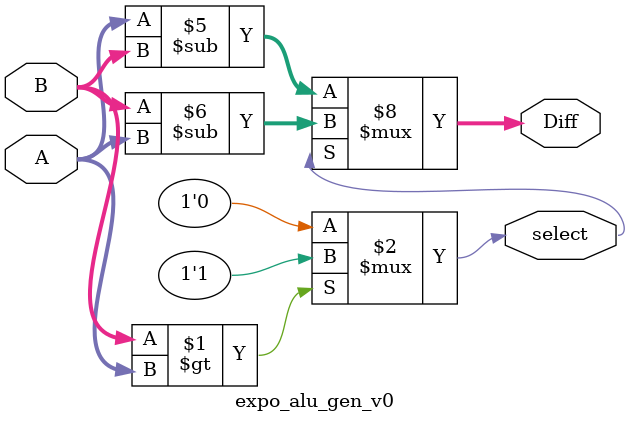
<source format=sv>
`timescale 1ns / 1ps


module expo_alu_gen_v0(
    input [10:0] A,
    input [10:0] B,
    output select,
    output logic [10:0] Diff
    );

//default B is smaller than A

assign select = B > A ? 1'b1 : 1'b0; // select = 1 if A is smaller than B

always_comb begin
    if (!select) begin
        Diff = A - B;
    end else begin
        Diff = B - A;
    end
end

endmodule

</source>
